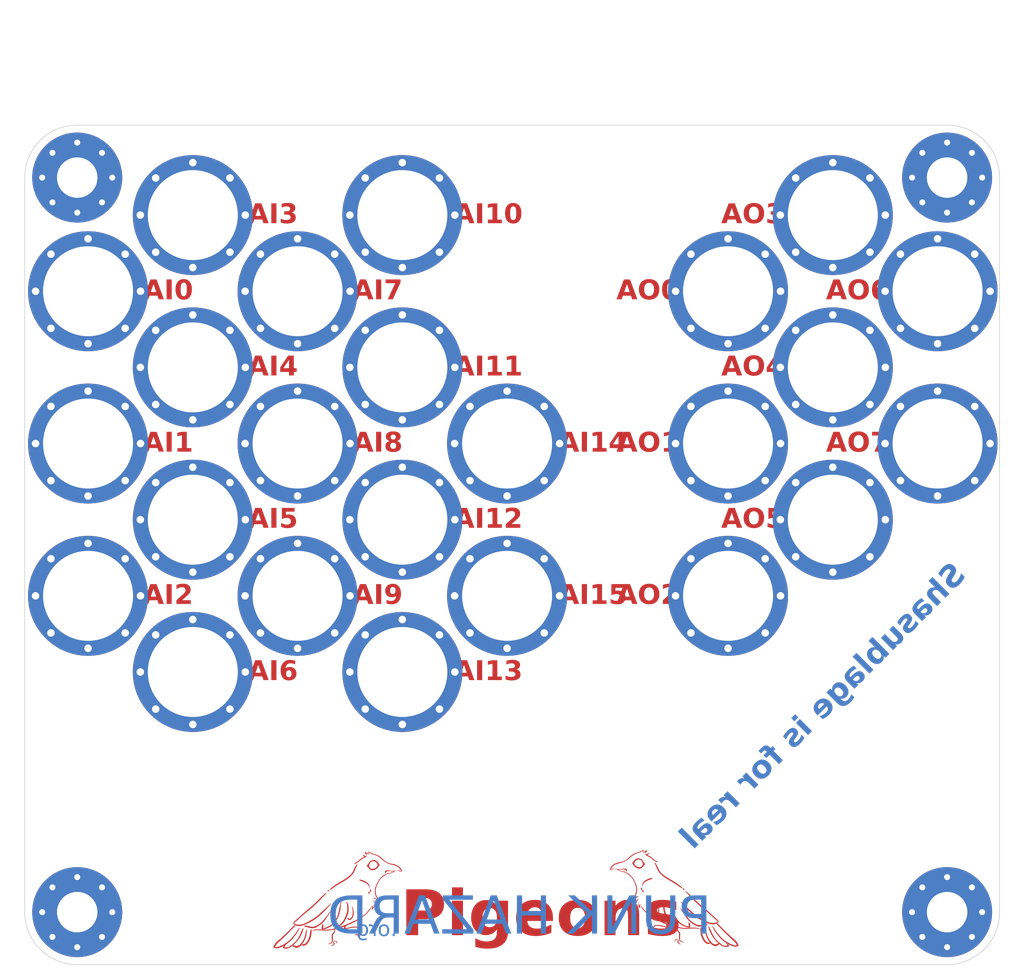
<source format=kicad_pcb>
(kicad_pcb (version 20241229) (generator "pcbnew") (generator_version "9.0")
  (layers (0 "F.Cu" signal) (2 "B.Cu" signal) (13 "F.Paste" user) (15 "B.Paste" user) (5 "F.SilkS" user "F.Silkscreen") (7 "B.SilkS" user "B.Silkscreen") (1 "F.Mask" user) (3 "B.Mask" user) (25 "Edge.Cuts" user))
  (net 0 "")
  (footprint "Modular Shield:MountingHole_2.7mm_M2.5" (layer "F.Cu") (at 85.979609 71.899073)
    (property "Reference" "H2" (hide yes))
    (property "Value" "MountingHole")
  )
  (footprint "Top_connectors:Audio Jack" (layer "F.Cu") (at 85.344 40.64)
    (property "Reference" "REF**" (hide yes))
    (property "Value" "Audio Jack")
  )
  (footprint "Top_connectors:Audio Jack" (layer "F.Cu") (at 35.687 25.4)
    (property "Reference" "REF**" (hide yes))
    (property "Value" "Audio Jack")
  )
  (footprint "Top_connectors:Audio Jack" (layer "F.Cu") (at 49.657 25.4)
    (property "Reference" "REF**" (hide yes))
    (property "Value" "Audio Jack")
  )
  (footprint "Top_connectors:Audio Jack" (layer "F.Cu") (at 56.642 40.64)
    (property "Reference" "REF**" (hide yes))
    (property "Value" "Audio Jack")
  )
  (footprint "Top_connectors:Audio Jack" (layer "F.Cu") (at 71.374 50.8)
    (property "Reference" "REF**" (hide yes))
    (property "Value" "Audio Jack")
  )
  (footprint "Modular Shield:Pigeon-2" (layer "F.Cu") (at 68.137935 71.243258)
    (property "Reference" "REF**" (hide yes))
    (property "Value" "Pigeon-2" (hide yes))
  )
  (footprint "Top_connectors:Audio Jack" (layer "F.Cu") (at 42.672 50.8)
    (property "Reference" "REF**" (hide yes))
    (property "Value" "Audio Jack")
  )
  (footprint "Top_connectors:Audio Jack" (layer "F.Cu") (at 28.702 30.48)
    (property "Reference" "REF**" (hide yes))
    (property "Value" "Audio Jack")
  )
  (footprint "Top_connectors:Audio Jack" (layer "F.Cu") (at 78.359 25.4)
    (property "Reference" "REF**" (hide yes))
    (property "Value" "Audio Jack")
  )
  (footprint "Top_connectors:Audio Jack" (layer "F.Cu") (at 49.657 55.88)
    (property "Reference" "REF**" (hide yes))
    (property "Value" "Audio Jack")
  )
  (footprint "Top_connectors:Audio Jack" (layer "F.Cu") (at 56.642 50.8)
    (property "Reference" "REF**" (hide yes))
    (property "Value" "Audio Jack")
  )
  (footprint "Top_connectors:Audio Jack" (layer "F.Cu") (at 71.374 40.64)
    (property "Reference" "REF**" (hide yes))
    (property "Value" "Audio Jack")
  )
  (footprint "Top_connectors:Audio Jack" (layer "F.Cu") (at 85.344 30.48)
    (property "Reference" "REF**" (hide yes))
    (property "Value" "Audio Jack")
  )
  (footprint "Top_connectors:Audio Jack" (layer "F.Cu") (at 35.687 55.88)
    (property "Reference" "REF**" (hide yes))
    (property "Value" "Audio Jack")
  )
  (footprint "Modular Shield:MountingHole_2.7mm_M2.5" (layer "F.Cu") (at 27.979609 71.899073)
    (property "Reference" "H4" (hide yes))
    (property "Value" "MountingHole")
  )
  (footprint "Top_connectors:Audio Jack" (layer "F.Cu") (at 42.672 30.48)
    (property "Reference" "REF**" (hide yes))
    (property "Value" "Audio Jack")
  )
  (footprint "Top_connectors:Audio Jack" (layer "F.Cu") (at 78.359 45.72)
    (property "Reference" "REF**" (hide yes))
    (property "Value" "Audio Jack")
  )
  (footprint "Top_connectors:Audio Jack" (layer "F.Cu") (at 35.687 45.72)
    (property "Reference" "REF**" (hide yes))
    (property "Value" "Audio Jack")
  )
  (footprint "Top_connectors:Audio Jack" (layer "F.Cu") (at 78.359 35.56)
    (property "Reference" "REF**" (hide yes))
    (property "Value" "Audio Jack")
  )
  (footprint "Top_connectors:Audio Jack" (layer "F.Cu") (at 42.672 40.64)
    (property "Reference" "REF**" (hide yes))
    (property "Value" "Audio Jack")
  )
  (footprint "Top_connectors:Audio Jack" (layer "F.Cu") (at 28.702 40.64)
    (property "Reference" "REF**" (hide yes))
    (property "Value" "Audio Jack")
  )
  (footprint "Modular Shield:MountingHole_2.7mm_M2.5" (layer "F.Cu") (at 27.979609 22.899073)
    (property "Reference" "H1" (hide yes))
    (property "Value" "MountingHole")
  )
  (footprint "Top_connectors:Audio Jack" (layer "F.Cu") (at 71.374 30.48)
    (property "Reference" "REF**" (hide yes))
    (property "Value" "Audio Jack")
  )
  (footprint "Top_connectors:Audio Jack" (layer "F.Cu") (at 28.702 50.8)
    (property "Reference" "REF**" (hide yes))
    (property "Value" "Audio Jack")
  )
  (footprint "Modular Shield:Pigeon-2" (layer "F.Cu") (at 68.137935 71.243258)
    (property "Reference" "REF**" (hide yes))
    (property "Value" "Pigeon-2" (hide yes))
  )
  (footprint "Top_connectors:Audio Jack" (layer "F.Cu") (at 49.657 35.56)
    (property "Reference" "REF**" (hide yes))
    (property "Value" "Audio Jack")
  )
  (footprint "Top_connectors:Audio Jack" (layer "F.Cu") (at 49.657 45.72)
    (property "Reference" "REF**" (hide yes))
    (property "Value" "Audio Jack")
  )
  (footprint "Modular Shield:Pigeon-1" (layer "F.Cu") (at 45.632308 71.355359)
    (property "Reference" "REF**" (hide yes))
    (property "Value" "Pigeon-1" (hide yes))
  )
  (footprint "Modular Shield:MountingHole_2.7mm_M2.5" (layer "F.Cu") (at 85.979609 22.899073)
    (property "Reference" "H3" (hide yes))
    (property "Value" "MountingHole")
  )
  (footprint "Modular Shield:Pigeon-1" (layer "F.Cu") (at 45.632308 71.355359)
    (property "Reference" "REF**" (hide yes))
    (property "Value" "Pigeon-1" (hide yes))
  )
  (footprint "Top_connectors:Audio Jack" (layer "F.Cu") (at 35.687 35.56)
    (property "Reference" "REF**" (hide yes))
    (property "Value" "Audio Jack")
  )
  (footprint "Modular Shield:Pigeons_gobble_up" (layer "F.Cu") (at 41.400391 35.304927)
    (property "Reference" "REF**" (hide yes))
    (property "Value" "Pigeons_gobble_up" (hide yes))
  )
  (gr_line (start 27.979609 19.399073) (end 85.979609 19.399073) (stroke (width 0.05)) (layer "Edge.Cuts"))
  (gr_arc (start 89.479609 71.899073) (mid 88.454483 74.373947) (end 85.979609 75.399073) (stroke (width 0.05)) (layer "Edge.Cuts"))
  (gr_arc (start 24.479609 22.899073) (mid 25.504735 20.424199) (end 27.979609 19.399073) (stroke (width 0.05)) (layer "Edge.Cuts"))
  (gr_arc (start 85.979609 19.399073) (mid 88.454483 20.424199) (end 89.479609 22.899073) (stroke (width 0.05)) (layer "Edge.Cuts"))
  (gr_line (start 89.479609 22.899073) (end 89.479609 71.899073) (stroke (width 0.05)) (layer "Edge.Cuts"))
  (gr_line (start 24.479609 71.899073) (end 24.479609 22.899073) (stroke (width 0.05)) (layer "Edge.Cuts"))
  (gr_arc (start 27.979609 75.399073) (mid 25.504735 74.373947) (end 24.479609 71.899073) (stroke (width 0.05)) (layer "Edge.Cuts"))
  (gr_line (start 85.979609 75.399073) (end 27.979609 75.399073) (stroke (width 0.05)) (layer "Edge.Cuts"))
  (gr_text "AI9" (at 48.007609 50.801073 0) (layer "F.Cu") (effects (font (size 1.3 1.3) (thickness 0.3) (bold yes))))
  (gr_text "AI8" (at 48.007609 40.641073 0) (layer "F.Cu") (effects (font (size 1.3 1.3) (thickness 0.3) (bold yes))))
  (gr_text "AI1" (at 34.037609 40.641073 0) (layer "F.Cu") (effects (font (size 1.3 1.3) (thickness 0.3) (bold yes))))
  (gr_text "AI10" (at 55.373609 25.401073 0) (layer "F.Cu") (effects (font (size 1.3 1.3) (thickness 0.3) (bold yes))))
  (gr_text "AO7" (at 80.011609 40.641073 0) (layer "F.Cu") (effects (font (size 1.3 1.3) (thickness 0.3) (bold yes))))
  (gr_text "AO1" (at 66.041609 40.641073 0) (layer "F.Cu") (effects (font (size 1.3 1.3) (thickness 0.3) (bold yes))))
  (gr_text "AO5" (at 73.025 45.72 0) (layer "F.Cu") (effects (font (size 1.3 1.3) (thickness 0.3) (bold yes))))
  (gr_text "AI0" (at 34.037609 30.481073 0) (layer "F.Cu") (effects (font (size 1.3 1.3) (thickness 0.3) (bold yes))))
  (gr_text "AO0" (at 66.04 30.48 0) (layer "F.Cu") (effects (font (size 1.3 1.3) (thickness 0.3) (bold yes))))
  (gr_text "AI6" (at 41.021 55.88 0) (layer "F.Cu") (effects (font (size 1.3 1.3) (thickness 0.3) (bold yes))))
  (gr_text "AI15" (at 62.357 50.8 0) (layer "F.Cu") (effects (font (size 1.3 1.3) (thickness 0.3) (bold yes))))
  (gr_text "AI2" (at 34.037609 50.801073 0) (layer "F.Cu") (effects (font (size 1.3 1.3) (thickness 0.3) (bold yes))))
  (gr_text "Pigeons" (at 49.535609 73.945073 0) (layer "F.Cu") (effects (font (size 3 3) (thickness 0.3) (bold yes)) (justify left bottom)))
  (gr_text "AI5" (at 41.022609 45.721073 0) (layer "F.Cu") (effects (font (size 1.3 1.3) (thickness 0.3) (bold yes))))
  (gr_text "AI7" (at 48.007609 30.481073 0) (layer "F.Cu") (effects (font (size 1.3 1.3) (thickness 0.3) (bold yes))))
  (gr_text "AI13" (at 55.373609 55.881073 0) (layer "F.Cu") (effects (font (size 1.3 1.3) (thickness 0.3) (bold yes))))
  (gr_text "AI3" (at 41.021 25.4 0) (layer "F.Cu") (effects (font (size 1.3 1.3) (thickness 0.3) (bold yes))))
  (gr_text "AI12" (at 55.373609 45.721073 0) (layer "F.Cu") (effects (font (size 1.3 1.3) (thickness 0.3) (bold yes))))
  (gr_text "AO2" (at 66.041609 50.801073 0) (layer "F.Cu") (effects (font (size 1.3 1.3) (thickness 0.3) (bold yes))))
  (gr_text "AO3" (at 73.026609 25.401073 0) (layer "F.Cu") (effects (font (size 1.3 1.3) (thickness 0.3) (bold yes))))
  (gr_text "AO6" (at 80.011609 30.481073 0) (layer "F.Cu") (effects (font (size 1.3 1.3) (thickness 0.3) (bold yes))))
  (gr_text "AO4" (at 73.025 35.56 0) (layer "F.Cu") (effects (font (size 1.3 1.3) (thickness 0.3) (bold yes))))
  (gr_text "AI4" (at 41.021 35.56 0) (layer "F.Cu") (effects (font (size 1.3 1.3) (thickness 0.3) (bold yes))))
  (gr_text "AI11" (at 55.373609 35.561073 0) (layer "F.Cu") (effects (font (size 1.3 1.3) (thickness 0.3) (bold yes))))
  (gr_text "AI14" (at 62.358609 40.641073 0) (layer "F.Cu") (effects (font (size 1.3 1.3) (thickness 0.3) (bold yes))))
  (gr_text "Shasublage is for real" (at 87.503 49.657 45) (layer "B.Cu") (effects (font (size 1.5 1.5) (thickness 0.2) (bold yes)) (justify left bottom mirror)))
  (gr_text ".org" (at 47.932464 73.08075 0) (layer "B.Cu") (effects (font (size 1 1) (thickness 0.1)) (justify mirror)))
  (gr_text "PUNK HAZARD" (at 57.457464 72.29335 0) (layer "B.Cu") (effects (font (size 2.5 2.5) (thickness 0.1)) (justify mirror)))
)
</source>
